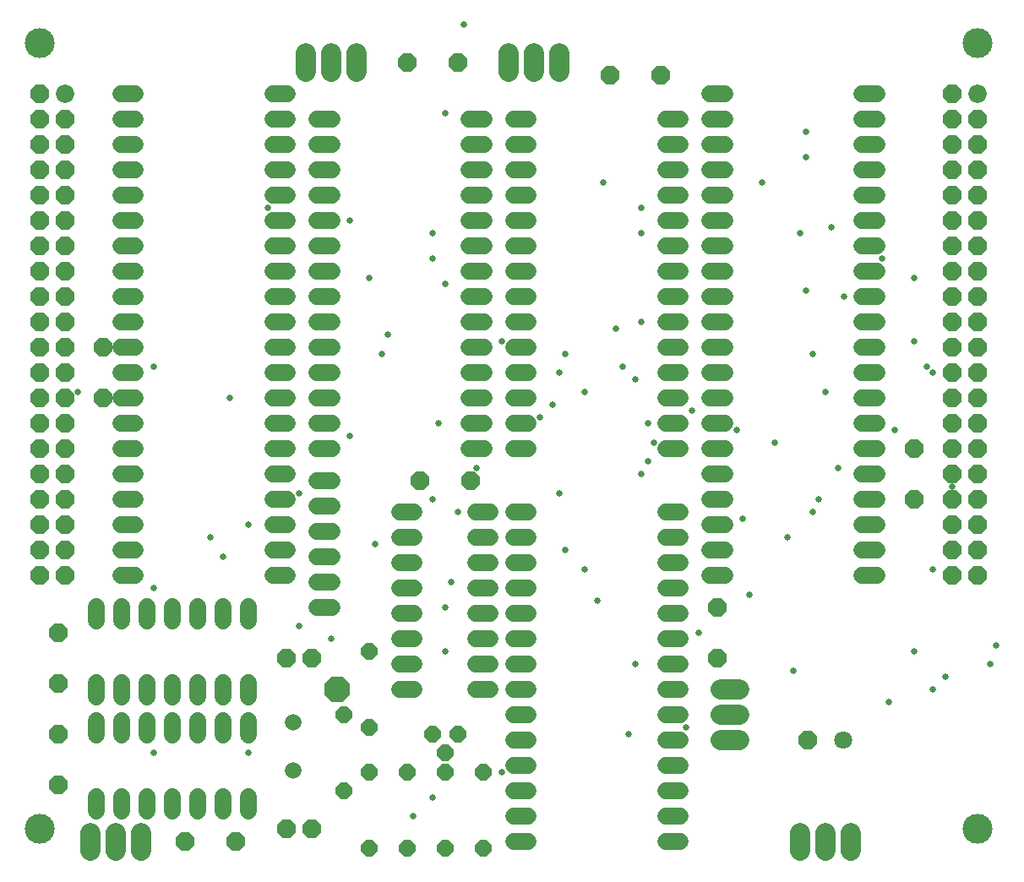
<source format=gbr>
G04 EAGLE Gerber RS-274X export*
G75*
%MOMM*%
%FSLAX34Y34*%
%LPD*%
%INSoldermask Top*%
%IPPOS*%
%AMOC8*
5,1,8,0,0,1.08239X$1,22.5*%
G01*
%ADD10C,3.003200*%
%ADD11C,1.666238*%
%ADD12C,1.849119*%
%ADD13P,2.001468X8X292.500000*%
%ADD14C,2.032000*%
%ADD15C,1.666238*%
%ADD16P,1.803519X8X112.500000*%
%ADD17P,1.951982X8X202.500000*%
%ADD18P,1.803519X8X292.500000*%
%ADD19P,1.803519X8X202.500000*%
%ADD20P,1.951982X8X292.500000*%
%ADD21P,1.951982X8X22.500000*%
%ADD22C,1.803400*%
%ADD23P,2.793256X8X22.500000*%
%ADD24C,0.655600*%


D10*
X38100Y825500D03*
X977900Y825500D03*
X977900Y38100D03*
X38100Y38100D03*
D11*
X119685Y774700D02*
X134315Y774700D01*
X134315Y749300D02*
X119685Y749300D01*
X119685Y622300D02*
X134315Y622300D01*
X134315Y596900D02*
X119685Y596900D01*
X119685Y723900D02*
X134315Y723900D01*
X134315Y698500D02*
X119685Y698500D01*
X119685Y647700D02*
X134315Y647700D01*
X134315Y673100D02*
X119685Y673100D01*
X119685Y571500D02*
X134315Y571500D01*
X134315Y546100D02*
X119685Y546100D01*
X119685Y520700D02*
X134315Y520700D01*
X134315Y495300D02*
X119685Y495300D01*
X119685Y469900D02*
X134315Y469900D01*
X134315Y444500D02*
X119685Y444500D01*
X119685Y419100D02*
X134315Y419100D01*
X134315Y393700D02*
X119685Y393700D01*
X119685Y368300D02*
X134315Y368300D01*
X134315Y342900D02*
X119685Y342900D01*
X119685Y317500D02*
X134315Y317500D01*
X134315Y292100D02*
X119685Y292100D01*
X272085Y292100D02*
X286715Y292100D01*
X286715Y317500D02*
X272085Y317500D01*
X272085Y342900D02*
X286715Y342900D01*
X286715Y368300D02*
X272085Y368300D01*
X272085Y393700D02*
X286715Y393700D01*
X286715Y419100D02*
X272085Y419100D01*
X272085Y444500D02*
X286715Y444500D01*
X286715Y469900D02*
X272085Y469900D01*
X272085Y495300D02*
X286715Y495300D01*
X286715Y520700D02*
X272085Y520700D01*
X272085Y546100D02*
X286715Y546100D01*
X286715Y571500D02*
X272085Y571500D01*
X272085Y596900D02*
X286715Y596900D01*
X286715Y622300D02*
X272085Y622300D01*
X272085Y647700D02*
X286715Y647700D01*
X286715Y673100D02*
X272085Y673100D01*
X272085Y698500D02*
X286715Y698500D01*
X286715Y723900D02*
X272085Y723900D01*
X272085Y749300D02*
X286715Y749300D01*
X286715Y774700D02*
X272085Y774700D01*
X316535Y749300D02*
X331165Y749300D01*
X331165Y723900D02*
X316535Y723900D01*
X316535Y698500D02*
X331165Y698500D01*
X331165Y673100D02*
X316535Y673100D01*
X316535Y647700D02*
X331165Y647700D01*
X331165Y622300D02*
X316535Y622300D01*
X316535Y596900D02*
X331165Y596900D01*
X331165Y571500D02*
X316535Y571500D01*
X316535Y546100D02*
X331165Y546100D01*
X331165Y520700D02*
X316535Y520700D01*
X316535Y495300D02*
X331165Y495300D01*
X331165Y469900D02*
X316535Y469900D01*
X316535Y444500D02*
X331165Y444500D01*
X331165Y419100D02*
X316535Y419100D01*
X468935Y419100D02*
X483565Y419100D01*
X483565Y444500D02*
X468935Y444500D01*
X468935Y469900D02*
X483565Y469900D01*
X483565Y495300D02*
X468935Y495300D01*
X468935Y520700D02*
X483565Y520700D01*
X483565Y546100D02*
X468935Y546100D01*
X468935Y571500D02*
X483565Y571500D01*
X483565Y596900D02*
X468935Y596900D01*
X468935Y622300D02*
X483565Y622300D01*
X483565Y647700D02*
X468935Y647700D01*
X468935Y673100D02*
X483565Y673100D01*
X483565Y698500D02*
X468935Y698500D01*
X468935Y723900D02*
X483565Y723900D01*
X483565Y749300D02*
X468935Y749300D01*
X710235Y774700D02*
X724865Y774700D01*
X724865Y749300D02*
X710235Y749300D01*
X710235Y622300D02*
X724865Y622300D01*
X724865Y596900D02*
X710235Y596900D01*
X710235Y723900D02*
X724865Y723900D01*
X724865Y698500D02*
X710235Y698500D01*
X710235Y647700D02*
X724865Y647700D01*
X724865Y673100D02*
X710235Y673100D01*
X710235Y571500D02*
X724865Y571500D01*
X724865Y546100D02*
X710235Y546100D01*
X710235Y520700D02*
X724865Y520700D01*
X724865Y495300D02*
X710235Y495300D01*
X710235Y469900D02*
X724865Y469900D01*
X724865Y444500D02*
X710235Y444500D01*
X710235Y419100D02*
X724865Y419100D01*
X724865Y393700D02*
X710235Y393700D01*
X710235Y368300D02*
X724865Y368300D01*
X724865Y342900D02*
X710235Y342900D01*
X710235Y317500D02*
X724865Y317500D01*
X724865Y292100D02*
X710235Y292100D01*
X862635Y292100D02*
X877265Y292100D01*
X877265Y317500D02*
X862635Y317500D01*
X862635Y342900D02*
X877265Y342900D01*
X877265Y368300D02*
X862635Y368300D01*
X862635Y393700D02*
X877265Y393700D01*
X877265Y419100D02*
X862635Y419100D01*
X862635Y444500D02*
X877265Y444500D01*
X877265Y469900D02*
X862635Y469900D01*
X862635Y495300D02*
X877265Y495300D01*
X877265Y520700D02*
X862635Y520700D01*
X862635Y546100D02*
X877265Y546100D01*
X877265Y571500D02*
X862635Y571500D01*
X862635Y596900D02*
X877265Y596900D01*
X877265Y622300D02*
X862635Y622300D01*
X862635Y647700D02*
X877265Y647700D01*
X877265Y673100D02*
X862635Y673100D01*
X862635Y698500D02*
X877265Y698500D01*
X877265Y723900D02*
X862635Y723900D01*
X862635Y749300D02*
X877265Y749300D01*
X877265Y774700D02*
X862635Y774700D01*
D12*
X63500Y774700D03*
D13*
X38100Y774700D03*
X63500Y749300D03*
X38100Y749300D03*
X63500Y723900D03*
X38100Y723900D03*
X63500Y698500D03*
X38100Y698500D03*
X63500Y673100D03*
X38100Y673100D03*
X63500Y647700D03*
X38100Y647700D03*
X63500Y622300D03*
X38100Y622300D03*
X63500Y596900D03*
X38100Y596900D03*
X63500Y571500D03*
X38100Y571500D03*
X63500Y546100D03*
X38100Y546100D03*
X63500Y520700D03*
X38100Y520700D03*
X63500Y495300D03*
X38100Y495300D03*
X63500Y469900D03*
X38100Y469900D03*
X63500Y444500D03*
X38100Y444500D03*
X63500Y419100D03*
X38100Y419100D03*
X63500Y393700D03*
X38100Y393700D03*
X63500Y368300D03*
X38100Y368300D03*
X63500Y342900D03*
X38100Y342900D03*
X63500Y317500D03*
X38100Y317500D03*
X63500Y292100D03*
X38100Y292100D03*
D14*
X304800Y797306D02*
X304800Y815594D01*
X330200Y815594D02*
X330200Y797306D01*
X355600Y797306D02*
X355600Y815594D01*
D12*
X977900Y774700D03*
D13*
X952500Y774700D03*
X977900Y749300D03*
X952500Y749300D03*
X977900Y723900D03*
X952500Y723900D03*
X977900Y698500D03*
X952500Y698500D03*
X977900Y673100D03*
X952500Y673100D03*
X977900Y647700D03*
X952500Y647700D03*
X977900Y622300D03*
X952500Y622300D03*
X977900Y596900D03*
X952500Y596900D03*
X977900Y571500D03*
X952500Y571500D03*
X977900Y546100D03*
X952500Y546100D03*
X977900Y520700D03*
X952500Y520700D03*
X977900Y495300D03*
X952500Y495300D03*
X977900Y469900D03*
X952500Y469900D03*
X977900Y444500D03*
X952500Y444500D03*
X977900Y419100D03*
X952500Y419100D03*
X977900Y393700D03*
X952500Y393700D03*
X977900Y368300D03*
X952500Y368300D03*
X977900Y342900D03*
X952500Y342900D03*
X977900Y317500D03*
X952500Y317500D03*
X977900Y292100D03*
X952500Y292100D03*
D11*
X95250Y185115D02*
X95250Y170485D01*
X120650Y170485D02*
X120650Y185115D01*
X247650Y185115D02*
X247650Y170485D01*
X247650Y246685D02*
X247650Y261315D01*
X146050Y185115D02*
X146050Y170485D01*
X171450Y170485D02*
X171450Y185115D01*
X222250Y185115D02*
X222250Y170485D01*
X196850Y170485D02*
X196850Y185115D01*
X222250Y246685D02*
X222250Y261315D01*
X196850Y261315D02*
X196850Y246685D01*
X171450Y246685D02*
X171450Y261315D01*
X146050Y261315D02*
X146050Y246685D01*
X120650Y246685D02*
X120650Y261315D01*
X95250Y261315D02*
X95250Y246685D01*
X95250Y70815D02*
X95250Y56185D01*
X120650Y56185D02*
X120650Y70815D01*
X247650Y70815D02*
X247650Y56185D01*
X247650Y132385D02*
X247650Y147015D01*
X146050Y70815D02*
X146050Y56185D01*
X171450Y56185D02*
X171450Y70815D01*
X222250Y70815D02*
X222250Y56185D01*
X196850Y56185D02*
X196850Y70815D01*
X222250Y132385D02*
X222250Y147015D01*
X196850Y147015D02*
X196850Y132385D01*
X171450Y132385D02*
X171450Y147015D01*
X146050Y147015D02*
X146050Y132385D01*
X120650Y132385D02*
X120650Y147015D01*
X95250Y147015D02*
X95250Y132385D01*
X399085Y355600D02*
X413715Y355600D01*
X413715Y330200D02*
X399085Y330200D01*
X399085Y203200D02*
X413715Y203200D01*
X413715Y177800D02*
X399085Y177800D01*
X399085Y304800D02*
X413715Y304800D01*
X413715Y279400D02*
X399085Y279400D01*
X399085Y228600D02*
X413715Y228600D01*
X413715Y254000D02*
X399085Y254000D01*
X475285Y177800D02*
X489915Y177800D01*
X489915Y203200D02*
X475285Y203200D01*
X475285Y228600D02*
X489915Y228600D01*
X489915Y254000D02*
X475285Y254000D01*
X475285Y279400D02*
X489915Y279400D01*
X489915Y304800D02*
X475285Y304800D01*
X475285Y330200D02*
X489915Y330200D01*
X489915Y355600D02*
X475285Y355600D01*
D15*
X292100Y96520D03*
X292100Y144780D03*
D16*
X342900Y76200D03*
X342900Y152400D03*
D17*
X311150Y38100D03*
X285750Y38100D03*
X311150Y209550D03*
X285750Y209550D03*
D18*
X368300Y95250D03*
X368300Y19050D03*
D19*
X431800Y133350D03*
X444500Y114300D03*
X457200Y133350D03*
D16*
X444500Y19050D03*
X444500Y95250D03*
D11*
X331165Y260350D02*
X316535Y260350D01*
X316535Y285750D02*
X331165Y285750D01*
X331165Y311150D02*
X316535Y311150D01*
X316535Y336550D02*
X331165Y336550D01*
X331165Y361950D02*
X316535Y361950D01*
X316535Y387350D02*
X331165Y387350D01*
D20*
X101600Y520700D03*
X101600Y469900D03*
D17*
X457200Y806450D03*
X406400Y806450D03*
X660400Y793750D03*
X609600Y793750D03*
D20*
X914400Y419100D03*
X914400Y368300D03*
X57150Y234950D03*
X57150Y184150D03*
X57150Y133350D03*
X57150Y82550D03*
D17*
X469900Y387350D03*
X419100Y387350D03*
D18*
X368300Y215900D03*
X368300Y139700D03*
D14*
X850900Y34544D02*
X850900Y16256D01*
X825500Y16256D02*
X825500Y34544D01*
X800100Y34544D02*
X800100Y16256D01*
X88900Y16256D02*
X88900Y34544D01*
X114300Y34544D02*
X114300Y16256D01*
X139700Y16256D02*
X139700Y34544D01*
D18*
X406400Y95250D03*
X406400Y19050D03*
D14*
X508000Y797306D02*
X508000Y815594D01*
X533400Y815594D02*
X533400Y797306D01*
X558800Y797306D02*
X558800Y815594D01*
D11*
X528015Y355600D02*
X513385Y355600D01*
X513385Y330200D02*
X528015Y330200D01*
X528015Y203200D02*
X513385Y203200D01*
X513385Y177800D02*
X528015Y177800D01*
X528015Y304800D02*
X513385Y304800D01*
X513385Y279400D02*
X528015Y279400D01*
X528015Y228600D02*
X513385Y228600D01*
X513385Y254000D02*
X528015Y254000D01*
X528015Y152400D02*
X513385Y152400D01*
X513385Y127000D02*
X528015Y127000D01*
X528015Y101600D02*
X513385Y101600D01*
X513385Y76200D02*
X528015Y76200D01*
X528015Y50800D02*
X513385Y50800D01*
X513385Y25400D02*
X528015Y25400D01*
X665785Y25400D02*
X680415Y25400D01*
X680415Y50800D02*
X665785Y50800D01*
X665785Y76200D02*
X680415Y76200D01*
X680415Y101600D02*
X665785Y101600D01*
X665785Y127000D02*
X680415Y127000D01*
X680415Y152400D02*
X665785Y152400D01*
X665785Y177800D02*
X680415Y177800D01*
X680415Y203200D02*
X665785Y203200D01*
X665785Y228600D02*
X680415Y228600D01*
X680415Y254000D02*
X665785Y254000D01*
X665785Y279400D02*
X680415Y279400D01*
X680415Y304800D02*
X665785Y304800D01*
X665785Y330200D02*
X680415Y330200D01*
X680415Y355600D02*
X665785Y355600D01*
D20*
X717550Y260350D03*
X717550Y209550D03*
D18*
X482600Y95250D03*
X482600Y19050D03*
D21*
X184150Y25400D03*
X234950Y25400D03*
D14*
X721106Y127000D02*
X739394Y127000D01*
X739394Y152400D02*
X721106Y152400D01*
X721106Y177800D02*
X739394Y177800D01*
D11*
X528015Y749300D02*
X513385Y749300D01*
X513385Y723900D02*
X528015Y723900D01*
X528015Y698500D02*
X513385Y698500D01*
X513385Y673100D02*
X528015Y673100D01*
X528015Y647700D02*
X513385Y647700D01*
X513385Y622300D02*
X528015Y622300D01*
X528015Y596900D02*
X513385Y596900D01*
X513385Y571500D02*
X528015Y571500D01*
X528015Y546100D02*
X513385Y546100D01*
X513385Y520700D02*
X528015Y520700D01*
X528015Y495300D02*
X513385Y495300D01*
X513385Y469900D02*
X528015Y469900D01*
X528015Y444500D02*
X513385Y444500D01*
X513385Y419100D02*
X528015Y419100D01*
X665785Y419100D02*
X680415Y419100D01*
X680415Y444500D02*
X665785Y444500D01*
X665785Y469900D02*
X680415Y469900D01*
X680415Y495300D02*
X665785Y495300D01*
X665785Y520700D02*
X680415Y520700D01*
X680415Y546100D02*
X665785Y546100D01*
X665785Y571500D02*
X680415Y571500D01*
X680415Y596900D02*
X665785Y596900D01*
X665785Y622300D02*
X680415Y622300D01*
X680415Y647700D02*
X665785Y647700D01*
X665785Y673100D02*
X680415Y673100D01*
X680415Y698500D02*
X665785Y698500D01*
X665785Y723900D02*
X680415Y723900D01*
X680415Y749300D02*
X665785Y749300D01*
D17*
X807720Y127000D03*
D22*
X843280Y127000D03*
D23*
X336550Y177800D03*
D24*
X476250Y400050D03*
X933450Y495300D03*
X793750Y196850D03*
X76200Y476250D03*
X914400Y215900D03*
X647700Y406400D03*
X438150Y444500D03*
X463550Y844550D03*
X222250Y311150D03*
X501650Y95250D03*
X603250Y685800D03*
X298450Y241300D03*
X831850Y641350D03*
X749300Y273050D03*
X152400Y279400D03*
X298450Y374650D03*
X431800Y69850D03*
X431800Y368300D03*
X622300Y501650D03*
X641350Y635000D03*
X628650Y133350D03*
X615950Y539750D03*
X641350Y660400D03*
X565150Y317500D03*
X266700Y660400D03*
X349250Y647700D03*
X444500Y755650D03*
X209550Y330200D03*
X374650Y323850D03*
X635000Y488950D03*
X692150Y457200D03*
X349250Y431800D03*
X654050Y425450D03*
X647700Y444500D03*
X228600Y469900D03*
X819150Y368300D03*
X431800Y609600D03*
X539750Y450850D03*
X825500Y476250D03*
X431800Y635000D03*
X552450Y463550D03*
X838200Y400050D03*
X444500Y584200D03*
X558800Y495300D03*
X152400Y501650D03*
X565150Y514350D03*
X501650Y527050D03*
X450850Y285750D03*
X330200Y228600D03*
X368300Y590550D03*
X812800Y355600D03*
X806450Y577850D03*
X933450Y298450D03*
X387350Y533400D03*
X444500Y260350D03*
X457200Y355600D03*
X641350Y393700D03*
X641350Y546100D03*
X596900Y266700D03*
X635000Y203200D03*
X895350Y438150D03*
X584200Y476250D03*
X774700Y425450D03*
X806450Y736600D03*
X806450Y711200D03*
X812800Y514350D03*
X844550Y571500D03*
X762000Y685800D03*
X882650Y609600D03*
X742950Y349250D03*
X800100Y635000D03*
X927100Y501650D03*
X914400Y527050D03*
X914400Y590550D03*
X952500Y381000D03*
X996950Y222250D03*
X381000Y514350D03*
X685800Y139700D03*
X736600Y438150D03*
X412750Y50800D03*
X444500Y215900D03*
X247650Y342900D03*
X247650Y114300D03*
X933450Y177800D03*
X990600Y203200D03*
X558800Y374650D03*
X698500Y234950D03*
X584200Y298450D03*
X946150Y190500D03*
X889000Y165100D03*
X787400Y330200D03*
X152400Y114300D03*
M02*

</source>
